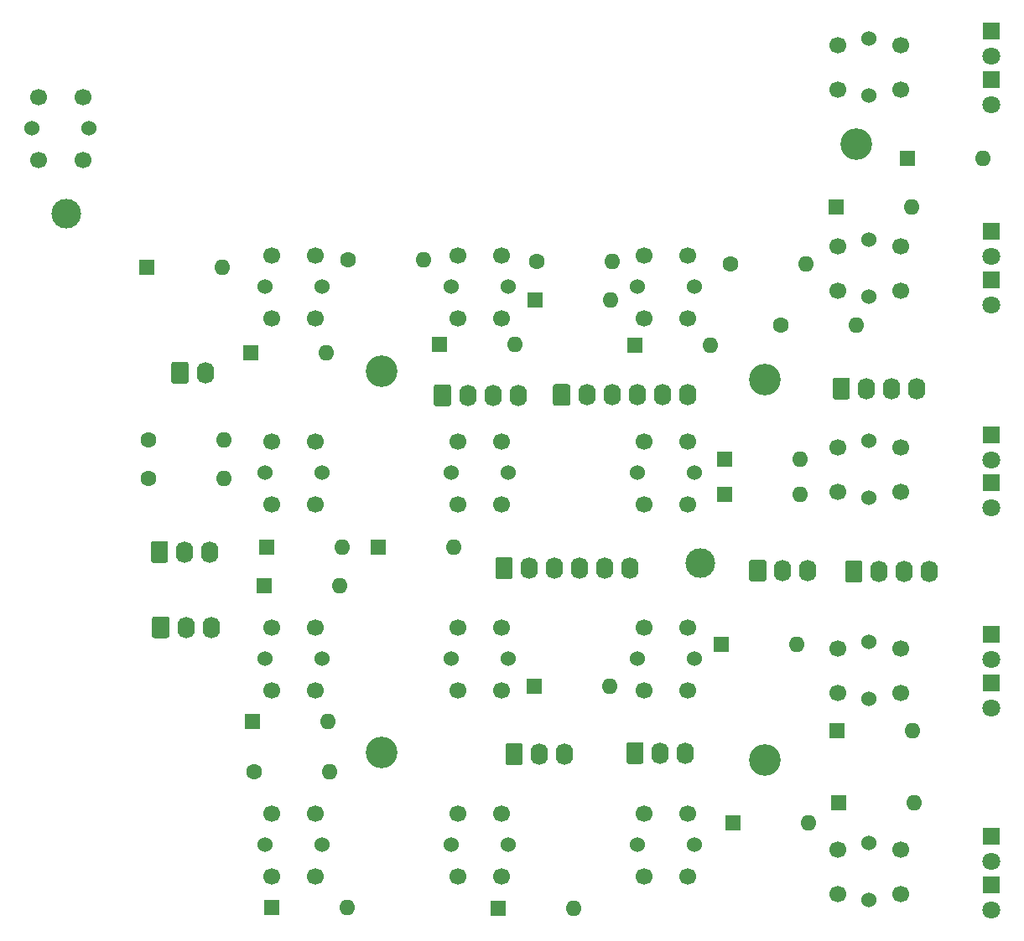
<source format=gbr>
G04 #@! TF.GenerationSoftware,KiCad,Pcbnew,(5.1.5-0-10_14)*
G04 #@! TF.CreationDate,2020-08-25T16:07:41+10:00*
G04 #@! TF.ProjectId,UFC,5546432e-6b69-4636-9164-5f7063625858,A*
G04 #@! TF.SameCoordinates,Original*
G04 #@! TF.FileFunction,Soldermask,Top*
G04 #@! TF.FilePolarity,Negative*
%FSLAX46Y46*%
G04 Gerber Fmt 4.6, Leading zero omitted, Abs format (unit mm)*
G04 Created by KiCad (PCBNEW (5.1.5-0-10_14)) date 2020-08-25 16:07:41*
%MOMM*%
%LPD*%
G04 APERTURE LIST*
%ADD10O,1.740000X2.200000*%
%ADD11C,0.100000*%
%ADD12O,1.600000X1.600000*%
%ADD13R,1.600000X1.600000*%
%ADD14C,3.000000*%
%ADD15C,3.200000*%
%ADD16C,1.600000*%
%ADD17C,1.524000*%
%ADD18C,1.700000*%
%ADD19C,1.800000*%
%ADD20R,1.800000X1.800000*%
G04 APERTURE END LIST*
D10*
X130048000Y-104140000D03*
X127508000Y-104140000D03*
X124968000Y-104140000D03*
X122428000Y-104140000D03*
X119888000Y-104140000D03*
D11*
G36*
X117992505Y-103041204D02*
G01*
X118016773Y-103044804D01*
X118040572Y-103050765D01*
X118063671Y-103059030D01*
X118085850Y-103069520D01*
X118106893Y-103082132D01*
X118126599Y-103096747D01*
X118144777Y-103113223D01*
X118161253Y-103131401D01*
X118175868Y-103151107D01*
X118188480Y-103172150D01*
X118198970Y-103194329D01*
X118207235Y-103217428D01*
X118213196Y-103241227D01*
X118216796Y-103265495D01*
X118218000Y-103289999D01*
X118218000Y-104990001D01*
X118216796Y-105014505D01*
X118213196Y-105038773D01*
X118207235Y-105062572D01*
X118198970Y-105085671D01*
X118188480Y-105107850D01*
X118175868Y-105128893D01*
X118161253Y-105148599D01*
X118144777Y-105166777D01*
X118126599Y-105183253D01*
X118106893Y-105197868D01*
X118085850Y-105210480D01*
X118063671Y-105220970D01*
X118040572Y-105229235D01*
X118016773Y-105235196D01*
X117992505Y-105238796D01*
X117968001Y-105240000D01*
X116727999Y-105240000D01*
X116703495Y-105238796D01*
X116679227Y-105235196D01*
X116655428Y-105229235D01*
X116632329Y-105220970D01*
X116610150Y-105210480D01*
X116589107Y-105197868D01*
X116569401Y-105183253D01*
X116551223Y-105166777D01*
X116534747Y-105148599D01*
X116520132Y-105128893D01*
X116507520Y-105107850D01*
X116497030Y-105085671D01*
X116488765Y-105062572D01*
X116482804Y-105038773D01*
X116479204Y-105014505D01*
X116478000Y-104990001D01*
X116478000Y-103289999D01*
X116479204Y-103265495D01*
X116482804Y-103241227D01*
X116488765Y-103217428D01*
X116497030Y-103194329D01*
X116507520Y-103172150D01*
X116520132Y-103151107D01*
X116534747Y-103131401D01*
X116551223Y-103113223D01*
X116569401Y-103096747D01*
X116589107Y-103082132D01*
X116610150Y-103069520D01*
X116632329Y-103059030D01*
X116655428Y-103050765D01*
X116679227Y-103044804D01*
X116703495Y-103041204D01*
X116727999Y-103040000D01*
X117968001Y-103040000D01*
X117992505Y-103041204D01*
G37*
D10*
X135636000Y-122809000D03*
X133096000Y-122809000D03*
D11*
G36*
X131200505Y-121710204D02*
G01*
X131224773Y-121713804D01*
X131248572Y-121719765D01*
X131271671Y-121728030D01*
X131293850Y-121738520D01*
X131314893Y-121751132D01*
X131334599Y-121765747D01*
X131352777Y-121782223D01*
X131369253Y-121800401D01*
X131383868Y-121820107D01*
X131396480Y-121841150D01*
X131406970Y-121863329D01*
X131415235Y-121886428D01*
X131421196Y-121910227D01*
X131424796Y-121934495D01*
X131426000Y-121958999D01*
X131426000Y-123659001D01*
X131424796Y-123683505D01*
X131421196Y-123707773D01*
X131415235Y-123731572D01*
X131406970Y-123754671D01*
X131396480Y-123776850D01*
X131383868Y-123797893D01*
X131369253Y-123817599D01*
X131352777Y-123835777D01*
X131334599Y-123852253D01*
X131314893Y-123866868D01*
X131293850Y-123879480D01*
X131271671Y-123889970D01*
X131248572Y-123898235D01*
X131224773Y-123904196D01*
X131200505Y-123907796D01*
X131176001Y-123909000D01*
X129935999Y-123909000D01*
X129911495Y-123907796D01*
X129887227Y-123904196D01*
X129863428Y-123898235D01*
X129840329Y-123889970D01*
X129818150Y-123879480D01*
X129797107Y-123866868D01*
X129777401Y-123852253D01*
X129759223Y-123835777D01*
X129742747Y-123817599D01*
X129728132Y-123797893D01*
X129715520Y-123776850D01*
X129705030Y-123754671D01*
X129696765Y-123731572D01*
X129690804Y-123707773D01*
X129687204Y-123683505D01*
X129686000Y-123659001D01*
X129686000Y-121958999D01*
X129687204Y-121934495D01*
X129690804Y-121910227D01*
X129696765Y-121886428D01*
X129705030Y-121863329D01*
X129715520Y-121841150D01*
X129728132Y-121820107D01*
X129742747Y-121800401D01*
X129759223Y-121782223D01*
X129777401Y-121765747D01*
X129797107Y-121751132D01*
X129818150Y-121738520D01*
X129840329Y-121728030D01*
X129863428Y-121719765D01*
X129887227Y-121713804D01*
X129911495Y-121710204D01*
X129935999Y-121709000D01*
X131176001Y-121709000D01*
X131200505Y-121710204D01*
G37*
D10*
X123444000Y-122936000D03*
X120904000Y-122936000D03*
D11*
G36*
X119008505Y-121837204D02*
G01*
X119032773Y-121840804D01*
X119056572Y-121846765D01*
X119079671Y-121855030D01*
X119101850Y-121865520D01*
X119122893Y-121878132D01*
X119142599Y-121892747D01*
X119160777Y-121909223D01*
X119177253Y-121927401D01*
X119191868Y-121947107D01*
X119204480Y-121968150D01*
X119214970Y-121990329D01*
X119223235Y-122013428D01*
X119229196Y-122037227D01*
X119232796Y-122061495D01*
X119234000Y-122085999D01*
X119234000Y-123786001D01*
X119232796Y-123810505D01*
X119229196Y-123834773D01*
X119223235Y-123858572D01*
X119214970Y-123881671D01*
X119204480Y-123903850D01*
X119191868Y-123924893D01*
X119177253Y-123944599D01*
X119160777Y-123962777D01*
X119142599Y-123979253D01*
X119122893Y-123993868D01*
X119101850Y-124006480D01*
X119079671Y-124016970D01*
X119056572Y-124025235D01*
X119032773Y-124031196D01*
X119008505Y-124034796D01*
X118984001Y-124036000D01*
X117743999Y-124036000D01*
X117719495Y-124034796D01*
X117695227Y-124031196D01*
X117671428Y-124025235D01*
X117648329Y-124016970D01*
X117626150Y-124006480D01*
X117605107Y-123993868D01*
X117585401Y-123979253D01*
X117567223Y-123962777D01*
X117550747Y-123944599D01*
X117536132Y-123924893D01*
X117523520Y-123903850D01*
X117513030Y-123881671D01*
X117504765Y-123858572D01*
X117498804Y-123834773D01*
X117495204Y-123810505D01*
X117494000Y-123786001D01*
X117494000Y-122085999D01*
X117495204Y-122061495D01*
X117498804Y-122037227D01*
X117504765Y-122013428D01*
X117513030Y-121990329D01*
X117523520Y-121968150D01*
X117536132Y-121947107D01*
X117550747Y-121927401D01*
X117567223Y-121909223D01*
X117585401Y-121892747D01*
X117605107Y-121878132D01*
X117626150Y-121865520D01*
X117648329Y-121855030D01*
X117671428Y-121846765D01*
X117695227Y-121840804D01*
X117719495Y-121837204D01*
X117743999Y-121836000D01*
X118984001Y-121836000D01*
X119008505Y-121837204D01*
G37*
D10*
X87757000Y-110109000D03*
X85217000Y-110109000D03*
D11*
G36*
X83321505Y-109010204D02*
G01*
X83345773Y-109013804D01*
X83369572Y-109019765D01*
X83392671Y-109028030D01*
X83414850Y-109038520D01*
X83435893Y-109051132D01*
X83455599Y-109065747D01*
X83473777Y-109082223D01*
X83490253Y-109100401D01*
X83504868Y-109120107D01*
X83517480Y-109141150D01*
X83527970Y-109163329D01*
X83536235Y-109186428D01*
X83542196Y-109210227D01*
X83545796Y-109234495D01*
X83547000Y-109258999D01*
X83547000Y-110959001D01*
X83545796Y-110983505D01*
X83542196Y-111007773D01*
X83536235Y-111031572D01*
X83527970Y-111054671D01*
X83517480Y-111076850D01*
X83504868Y-111097893D01*
X83490253Y-111117599D01*
X83473777Y-111135777D01*
X83455599Y-111152253D01*
X83435893Y-111166868D01*
X83414850Y-111179480D01*
X83392671Y-111189970D01*
X83369572Y-111198235D01*
X83345773Y-111204196D01*
X83321505Y-111207796D01*
X83297001Y-111209000D01*
X82056999Y-111209000D01*
X82032495Y-111207796D01*
X82008227Y-111204196D01*
X81984428Y-111198235D01*
X81961329Y-111189970D01*
X81939150Y-111179480D01*
X81918107Y-111166868D01*
X81898401Y-111152253D01*
X81880223Y-111135777D01*
X81863747Y-111117599D01*
X81849132Y-111097893D01*
X81836520Y-111076850D01*
X81826030Y-111054671D01*
X81817765Y-111031572D01*
X81811804Y-111007773D01*
X81808204Y-110983505D01*
X81807000Y-110959001D01*
X81807000Y-109258999D01*
X81808204Y-109234495D01*
X81811804Y-109210227D01*
X81817765Y-109186428D01*
X81826030Y-109163329D01*
X81836520Y-109141150D01*
X81849132Y-109120107D01*
X81863747Y-109100401D01*
X81880223Y-109082223D01*
X81898401Y-109065747D01*
X81918107Y-109051132D01*
X81939150Y-109038520D01*
X81961329Y-109028030D01*
X81984428Y-109019765D01*
X82008227Y-109013804D01*
X82032495Y-109010204D01*
X82056999Y-109009000D01*
X83297001Y-109009000D01*
X83321505Y-109010204D01*
G37*
D10*
X87630000Y-102489000D03*
X85090000Y-102489000D03*
D11*
G36*
X83194505Y-101390204D02*
G01*
X83218773Y-101393804D01*
X83242572Y-101399765D01*
X83265671Y-101408030D01*
X83287850Y-101418520D01*
X83308893Y-101431132D01*
X83328599Y-101445747D01*
X83346777Y-101462223D01*
X83363253Y-101480401D01*
X83377868Y-101500107D01*
X83390480Y-101521150D01*
X83400970Y-101543329D01*
X83409235Y-101566428D01*
X83415196Y-101590227D01*
X83418796Y-101614495D01*
X83420000Y-101638999D01*
X83420000Y-103339001D01*
X83418796Y-103363505D01*
X83415196Y-103387773D01*
X83409235Y-103411572D01*
X83400970Y-103434671D01*
X83390480Y-103456850D01*
X83377868Y-103477893D01*
X83363253Y-103497599D01*
X83346777Y-103515777D01*
X83328599Y-103532253D01*
X83308893Y-103546868D01*
X83287850Y-103559480D01*
X83265671Y-103569970D01*
X83242572Y-103578235D01*
X83218773Y-103584196D01*
X83194505Y-103587796D01*
X83170001Y-103589000D01*
X81929999Y-103589000D01*
X81905495Y-103587796D01*
X81881227Y-103584196D01*
X81857428Y-103578235D01*
X81834329Y-103569970D01*
X81812150Y-103559480D01*
X81791107Y-103546868D01*
X81771401Y-103532253D01*
X81753223Y-103515777D01*
X81736747Y-103497599D01*
X81722132Y-103477893D01*
X81709520Y-103456850D01*
X81699030Y-103434671D01*
X81690765Y-103411572D01*
X81684804Y-103387773D01*
X81681204Y-103363505D01*
X81680000Y-103339001D01*
X81680000Y-101638999D01*
X81681204Y-101614495D01*
X81684804Y-101590227D01*
X81690765Y-101566428D01*
X81699030Y-101543329D01*
X81709520Y-101521150D01*
X81722132Y-101500107D01*
X81736747Y-101480401D01*
X81753223Y-101462223D01*
X81771401Y-101445747D01*
X81791107Y-101431132D01*
X81812150Y-101418520D01*
X81834329Y-101408030D01*
X81857428Y-101399765D01*
X81881227Y-101393804D01*
X81905495Y-101390204D01*
X81929999Y-101389000D01*
X83170001Y-101389000D01*
X83194505Y-101390204D01*
G37*
D12*
X100711000Y-105918000D03*
D13*
X93091000Y-105918000D03*
D14*
X137134000Y-103589000D03*
D10*
X159004000Y-85979000D03*
X156464000Y-85979000D03*
X153924000Y-85979000D03*
D11*
G36*
X152028505Y-84880204D02*
G01*
X152052773Y-84883804D01*
X152076572Y-84889765D01*
X152099671Y-84898030D01*
X152121850Y-84908520D01*
X152142893Y-84921132D01*
X152162599Y-84935747D01*
X152180777Y-84952223D01*
X152197253Y-84970401D01*
X152211868Y-84990107D01*
X152224480Y-85011150D01*
X152234970Y-85033329D01*
X152243235Y-85056428D01*
X152249196Y-85080227D01*
X152252796Y-85104495D01*
X152254000Y-85128999D01*
X152254000Y-86829001D01*
X152252796Y-86853505D01*
X152249196Y-86877773D01*
X152243235Y-86901572D01*
X152234970Y-86924671D01*
X152224480Y-86946850D01*
X152211868Y-86967893D01*
X152197253Y-86987599D01*
X152180777Y-87005777D01*
X152162599Y-87022253D01*
X152142893Y-87036868D01*
X152121850Y-87049480D01*
X152099671Y-87059970D01*
X152076572Y-87068235D01*
X152052773Y-87074196D01*
X152028505Y-87077796D01*
X152004001Y-87079000D01*
X150763999Y-87079000D01*
X150739495Y-87077796D01*
X150715227Y-87074196D01*
X150691428Y-87068235D01*
X150668329Y-87059970D01*
X150646150Y-87049480D01*
X150625107Y-87036868D01*
X150605401Y-87022253D01*
X150587223Y-87005777D01*
X150570747Y-86987599D01*
X150556132Y-86967893D01*
X150543520Y-86946850D01*
X150533030Y-86924671D01*
X150524765Y-86901572D01*
X150518804Y-86877773D01*
X150515204Y-86853505D01*
X150514000Y-86829001D01*
X150514000Y-85128999D01*
X150515204Y-85104495D01*
X150518804Y-85080227D01*
X150524765Y-85056428D01*
X150533030Y-85033329D01*
X150543520Y-85011150D01*
X150556132Y-84990107D01*
X150570747Y-84970401D01*
X150587223Y-84952223D01*
X150605401Y-84935747D01*
X150625107Y-84921132D01*
X150646150Y-84908520D01*
X150668329Y-84898030D01*
X150691428Y-84889765D01*
X150715227Y-84883804D01*
X150739495Y-84880204D01*
X150763999Y-84879000D01*
X152004001Y-84879000D01*
X152028505Y-84880204D01*
G37*
D10*
X160250000Y-104460000D03*
X157710000Y-104460000D03*
X155170000Y-104460000D03*
D11*
G36*
X153274505Y-103361204D02*
G01*
X153298773Y-103364804D01*
X153322572Y-103370765D01*
X153345671Y-103379030D01*
X153367850Y-103389520D01*
X153388893Y-103402132D01*
X153408599Y-103416747D01*
X153426777Y-103433223D01*
X153443253Y-103451401D01*
X153457868Y-103471107D01*
X153470480Y-103492150D01*
X153480970Y-103514329D01*
X153489235Y-103537428D01*
X153495196Y-103561227D01*
X153498796Y-103585495D01*
X153500000Y-103609999D01*
X153500000Y-105310001D01*
X153498796Y-105334505D01*
X153495196Y-105358773D01*
X153489235Y-105382572D01*
X153480970Y-105405671D01*
X153470480Y-105427850D01*
X153457868Y-105448893D01*
X153443253Y-105468599D01*
X153426777Y-105486777D01*
X153408599Y-105503253D01*
X153388893Y-105517868D01*
X153367850Y-105530480D01*
X153345671Y-105540970D01*
X153322572Y-105549235D01*
X153298773Y-105555196D01*
X153274505Y-105558796D01*
X153250001Y-105560000D01*
X152009999Y-105560000D01*
X151985495Y-105558796D01*
X151961227Y-105555196D01*
X151937428Y-105549235D01*
X151914329Y-105540970D01*
X151892150Y-105530480D01*
X151871107Y-105517868D01*
X151851401Y-105503253D01*
X151833223Y-105486777D01*
X151816747Y-105468599D01*
X151802132Y-105448893D01*
X151789520Y-105427850D01*
X151779030Y-105405671D01*
X151770765Y-105382572D01*
X151764804Y-105358773D01*
X151761204Y-105334505D01*
X151760000Y-105310001D01*
X151760000Y-103609999D01*
X151761204Y-103585495D01*
X151764804Y-103561227D01*
X151770765Y-103537428D01*
X151779030Y-103514329D01*
X151789520Y-103492150D01*
X151802132Y-103471107D01*
X151816747Y-103451401D01*
X151833223Y-103433223D01*
X151851401Y-103416747D01*
X151871107Y-103402132D01*
X151892150Y-103389520D01*
X151914329Y-103379030D01*
X151937428Y-103370765D01*
X151961227Y-103364804D01*
X151985495Y-103361204D01*
X152009999Y-103360000D01*
X153250001Y-103360000D01*
X153274505Y-103361204D01*
G37*
D10*
X135860000Y-86650000D03*
X133320000Y-86650000D03*
X130780000Y-86650000D03*
X128240000Y-86650000D03*
X125700000Y-86650000D03*
D11*
G36*
X123804505Y-85551204D02*
G01*
X123828773Y-85554804D01*
X123852572Y-85560765D01*
X123875671Y-85569030D01*
X123897850Y-85579520D01*
X123918893Y-85592132D01*
X123938599Y-85606747D01*
X123956777Y-85623223D01*
X123973253Y-85641401D01*
X123987868Y-85661107D01*
X124000480Y-85682150D01*
X124010970Y-85704329D01*
X124019235Y-85727428D01*
X124025196Y-85751227D01*
X124028796Y-85775495D01*
X124030000Y-85799999D01*
X124030000Y-87500001D01*
X124028796Y-87524505D01*
X124025196Y-87548773D01*
X124019235Y-87572572D01*
X124010970Y-87595671D01*
X124000480Y-87617850D01*
X123987868Y-87638893D01*
X123973253Y-87658599D01*
X123956777Y-87676777D01*
X123938599Y-87693253D01*
X123918893Y-87707868D01*
X123897850Y-87720480D01*
X123875671Y-87730970D01*
X123852572Y-87739235D01*
X123828773Y-87745196D01*
X123804505Y-87748796D01*
X123780001Y-87750000D01*
X122539999Y-87750000D01*
X122515495Y-87748796D01*
X122491227Y-87745196D01*
X122467428Y-87739235D01*
X122444329Y-87730970D01*
X122422150Y-87720480D01*
X122401107Y-87707868D01*
X122381401Y-87693253D01*
X122363223Y-87676777D01*
X122346747Y-87658599D01*
X122332132Y-87638893D01*
X122319520Y-87617850D01*
X122309030Y-87595671D01*
X122300765Y-87572572D01*
X122294804Y-87548773D01*
X122291204Y-87524505D01*
X122290000Y-87500001D01*
X122290000Y-85799999D01*
X122291204Y-85775495D01*
X122294804Y-85751227D01*
X122300765Y-85727428D01*
X122309030Y-85704329D01*
X122319520Y-85682150D01*
X122332132Y-85661107D01*
X122346747Y-85641401D01*
X122363223Y-85623223D01*
X122381401Y-85606747D01*
X122401107Y-85592132D01*
X122422150Y-85579520D01*
X122444329Y-85569030D01*
X122467428Y-85560765D01*
X122491227Y-85554804D01*
X122515495Y-85551204D01*
X122539999Y-85550000D01*
X123780001Y-85550000D01*
X123804505Y-85551204D01*
G37*
D10*
X118740000Y-86680000D03*
X116200000Y-86680000D03*
X113660000Y-86680000D03*
D11*
G36*
X111764505Y-85581204D02*
G01*
X111788773Y-85584804D01*
X111812572Y-85590765D01*
X111835671Y-85599030D01*
X111857850Y-85609520D01*
X111878893Y-85622132D01*
X111898599Y-85636747D01*
X111916777Y-85653223D01*
X111933253Y-85671401D01*
X111947868Y-85691107D01*
X111960480Y-85712150D01*
X111970970Y-85734329D01*
X111979235Y-85757428D01*
X111985196Y-85781227D01*
X111988796Y-85805495D01*
X111990000Y-85829999D01*
X111990000Y-87530001D01*
X111988796Y-87554505D01*
X111985196Y-87578773D01*
X111979235Y-87602572D01*
X111970970Y-87625671D01*
X111960480Y-87647850D01*
X111947868Y-87668893D01*
X111933253Y-87688599D01*
X111916777Y-87706777D01*
X111898599Y-87723253D01*
X111878893Y-87737868D01*
X111857850Y-87750480D01*
X111835671Y-87760970D01*
X111812572Y-87769235D01*
X111788773Y-87775196D01*
X111764505Y-87778796D01*
X111740001Y-87780000D01*
X110499999Y-87780000D01*
X110475495Y-87778796D01*
X110451227Y-87775196D01*
X110427428Y-87769235D01*
X110404329Y-87760970D01*
X110382150Y-87750480D01*
X110361107Y-87737868D01*
X110341401Y-87723253D01*
X110323223Y-87706777D01*
X110306747Y-87688599D01*
X110292132Y-87668893D01*
X110279520Y-87647850D01*
X110269030Y-87625671D01*
X110260765Y-87602572D01*
X110254804Y-87578773D01*
X110251204Y-87554505D01*
X110250000Y-87530001D01*
X110250000Y-85829999D01*
X110251204Y-85805495D01*
X110254804Y-85781227D01*
X110260765Y-85757428D01*
X110269030Y-85734329D01*
X110279520Y-85712150D01*
X110292132Y-85691107D01*
X110306747Y-85671401D01*
X110323223Y-85653223D01*
X110341401Y-85636747D01*
X110361107Y-85622132D01*
X110382150Y-85609520D01*
X110404329Y-85599030D01*
X110427428Y-85590765D01*
X110451227Y-85584804D01*
X110475495Y-85581204D01*
X110499999Y-85580000D01*
X111740001Y-85580000D01*
X111764505Y-85581204D01*
G37*
D15*
X143660000Y-123490000D03*
X143660000Y-85110000D03*
X104970000Y-122730000D03*
X104970000Y-84210000D03*
D14*
X73130000Y-68330000D03*
D10*
X87160000Y-84390000D03*
D11*
G36*
X85264505Y-83291204D02*
G01*
X85288773Y-83294804D01*
X85312572Y-83300765D01*
X85335671Y-83309030D01*
X85357850Y-83319520D01*
X85378893Y-83332132D01*
X85398599Y-83346747D01*
X85416777Y-83363223D01*
X85433253Y-83381401D01*
X85447868Y-83401107D01*
X85460480Y-83422150D01*
X85470970Y-83444329D01*
X85479235Y-83467428D01*
X85485196Y-83491227D01*
X85488796Y-83515495D01*
X85490000Y-83539999D01*
X85490000Y-85240001D01*
X85488796Y-85264505D01*
X85485196Y-85288773D01*
X85479235Y-85312572D01*
X85470970Y-85335671D01*
X85460480Y-85357850D01*
X85447868Y-85378893D01*
X85433253Y-85398599D01*
X85416777Y-85416777D01*
X85398599Y-85433253D01*
X85378893Y-85447868D01*
X85357850Y-85460480D01*
X85335671Y-85470970D01*
X85312572Y-85479235D01*
X85288773Y-85485196D01*
X85264505Y-85488796D01*
X85240001Y-85490000D01*
X83999999Y-85490000D01*
X83975495Y-85488796D01*
X83951227Y-85485196D01*
X83927428Y-85479235D01*
X83904329Y-85470970D01*
X83882150Y-85460480D01*
X83861107Y-85447868D01*
X83841401Y-85433253D01*
X83823223Y-85416777D01*
X83806747Y-85398599D01*
X83792132Y-85378893D01*
X83779520Y-85357850D01*
X83769030Y-85335671D01*
X83760765Y-85312572D01*
X83754804Y-85288773D01*
X83751204Y-85264505D01*
X83750000Y-85240001D01*
X83750000Y-83539999D01*
X83751204Y-83515495D01*
X83754804Y-83491227D01*
X83760765Y-83467428D01*
X83769030Y-83444329D01*
X83779520Y-83422150D01*
X83792132Y-83401107D01*
X83806747Y-83381401D01*
X83823223Y-83363223D01*
X83841401Y-83346747D01*
X83861107Y-83332132D01*
X83882150Y-83319520D01*
X83904329Y-83309030D01*
X83927428Y-83300765D01*
X83951227Y-83294804D01*
X83975495Y-83291204D01*
X83999999Y-83290000D01*
X85240001Y-83290000D01*
X85264505Y-83291204D01*
G37*
D10*
X148030000Y-104390000D03*
X145490000Y-104390000D03*
D11*
G36*
X143594505Y-103291204D02*
G01*
X143618773Y-103294804D01*
X143642572Y-103300765D01*
X143665671Y-103309030D01*
X143687850Y-103319520D01*
X143708893Y-103332132D01*
X143728599Y-103346747D01*
X143746777Y-103363223D01*
X143763253Y-103381401D01*
X143777868Y-103401107D01*
X143790480Y-103422150D01*
X143800970Y-103444329D01*
X143809235Y-103467428D01*
X143815196Y-103491227D01*
X143818796Y-103515495D01*
X143820000Y-103539999D01*
X143820000Y-105240001D01*
X143818796Y-105264505D01*
X143815196Y-105288773D01*
X143809235Y-105312572D01*
X143800970Y-105335671D01*
X143790480Y-105357850D01*
X143777868Y-105378893D01*
X143763253Y-105398599D01*
X143746777Y-105416777D01*
X143728599Y-105433253D01*
X143708893Y-105447868D01*
X143687850Y-105460480D01*
X143665671Y-105470970D01*
X143642572Y-105479235D01*
X143618773Y-105485196D01*
X143594505Y-105488796D01*
X143570001Y-105490000D01*
X142329999Y-105490000D01*
X142305495Y-105488796D01*
X142281227Y-105485196D01*
X142257428Y-105479235D01*
X142234329Y-105470970D01*
X142212150Y-105460480D01*
X142191107Y-105447868D01*
X142171401Y-105433253D01*
X142153223Y-105416777D01*
X142136747Y-105398599D01*
X142122132Y-105378893D01*
X142109520Y-105357850D01*
X142099030Y-105335671D01*
X142090765Y-105312572D01*
X142084804Y-105288773D01*
X142081204Y-105264505D01*
X142080000Y-105240001D01*
X142080000Y-103539999D01*
X142081204Y-103515495D01*
X142084804Y-103491227D01*
X142090765Y-103467428D01*
X142099030Y-103444329D01*
X142109520Y-103422150D01*
X142122132Y-103401107D01*
X142136747Y-103381401D01*
X142153223Y-103363223D01*
X142171401Y-103346747D01*
X142191107Y-103332132D01*
X142212150Y-103319520D01*
X142234329Y-103309030D01*
X142257428Y-103300765D01*
X142281227Y-103294804D01*
X142305495Y-103291204D01*
X142329999Y-103290000D01*
X143570001Y-103290000D01*
X143594505Y-103291204D01*
G37*
D15*
X152870000Y-61300000D03*
D12*
X128270000Y-73130000D03*
D16*
X120650000Y-73130000D03*
D12*
X152910000Y-79590000D03*
D16*
X145290000Y-79590000D03*
D12*
X89060000Y-95060000D03*
D16*
X81440000Y-95060000D03*
D12*
X147800000Y-73430000D03*
D16*
X140180000Y-73430000D03*
D12*
X89060000Y-91150000D03*
D16*
X81440000Y-91150000D03*
D12*
X99750000Y-124690000D03*
D16*
X92130000Y-124690000D03*
D12*
X109190000Y-72980000D03*
D16*
X101570000Y-72980000D03*
D12*
X165670000Y-62760000D03*
D13*
X158050000Y-62760000D03*
D12*
X158760000Y-127810000D03*
D13*
X151140000Y-127810000D03*
D12*
X158610000Y-120560000D03*
D13*
X150990000Y-120560000D03*
D12*
X147200000Y-96710000D03*
D13*
X139580000Y-96710000D03*
D12*
X138160000Y-81580000D03*
D13*
X130540000Y-81580000D03*
D12*
X158460000Y-67620000D03*
D13*
X150840000Y-67620000D03*
D12*
X148100000Y-129910000D03*
D13*
X140480000Y-129910000D03*
D12*
X146900000Y-111880000D03*
D13*
X139280000Y-111880000D03*
D12*
X147200000Y-93110000D03*
D13*
X139580000Y-93110000D03*
D12*
X128120000Y-77030000D03*
D13*
X120500000Y-77030000D03*
D12*
X88910000Y-73730000D03*
D13*
X81290000Y-73730000D03*
D12*
X124360000Y-138550000D03*
D13*
X116740000Y-138550000D03*
D12*
X128016000Y-116078000D03*
D13*
X120396000Y-116078000D03*
D12*
X112268000Y-101981000D03*
D13*
X104648000Y-101981000D03*
D12*
X118470000Y-81550000D03*
D13*
X110850000Y-81550000D03*
D12*
X101530000Y-138400000D03*
D13*
X93910000Y-138400000D03*
D12*
X99580000Y-119630000D03*
D13*
X91960000Y-119630000D03*
D12*
X100965000Y-101981000D03*
D13*
X93345000Y-101981000D03*
D12*
X99430000Y-82370000D03*
D13*
X91810000Y-82370000D03*
D17*
X154170000Y-50597000D03*
X154210000Y-56388000D03*
D18*
X151035000Y-51308000D03*
X157385000Y-51308000D03*
X151035000Y-55753000D03*
X157385000Y-55753000D03*
D17*
X154170000Y-131877000D03*
X154210000Y-137668000D03*
D18*
X151035000Y-132588000D03*
X157385000Y-132588000D03*
X151035000Y-137033000D03*
X157385000Y-137033000D03*
D17*
X154170000Y-111557000D03*
X154210000Y-117348000D03*
D18*
X151035000Y-112268000D03*
X157385000Y-112268000D03*
X151035000Y-116713000D03*
X157385000Y-116713000D03*
D17*
X154170000Y-91237000D03*
X154210000Y-97028000D03*
D18*
X151035000Y-91948000D03*
X157385000Y-91948000D03*
X151035000Y-96393000D03*
X157385000Y-96393000D03*
D17*
X154170000Y-70917000D03*
X154210000Y-76708000D03*
D18*
X151035000Y-71628000D03*
X157385000Y-71628000D03*
X151035000Y-76073000D03*
X157385000Y-76073000D03*
D17*
X130766000Y-132120000D03*
X136557000Y-132080000D03*
D18*
X131477000Y-135255000D03*
X131477000Y-128905000D03*
X135922000Y-135255000D03*
X135922000Y-128905000D03*
D17*
X130766000Y-113324000D03*
X136557000Y-113284000D03*
D18*
X131477000Y-116459000D03*
X131477000Y-110109000D03*
X135922000Y-116459000D03*
X135922000Y-110109000D03*
D17*
X130766000Y-94528000D03*
X136557000Y-94488000D03*
D18*
X131477000Y-97663000D03*
X131477000Y-91313000D03*
X135922000Y-97663000D03*
X135922000Y-91313000D03*
D17*
X130766000Y-75732000D03*
X136557000Y-75692000D03*
D18*
X131477000Y-78867000D03*
X131477000Y-72517000D03*
X135922000Y-78867000D03*
X135922000Y-72517000D03*
D17*
X69679000Y-59730000D03*
X75470000Y-59690000D03*
D18*
X70390000Y-62865000D03*
X70390000Y-56515000D03*
X74835000Y-62865000D03*
X74835000Y-56515000D03*
D17*
X111970000Y-132120000D03*
X117761000Y-132080000D03*
D18*
X112681000Y-135255000D03*
X112681000Y-128905000D03*
X117126000Y-135255000D03*
X117126000Y-128905000D03*
D17*
X111970000Y-113324000D03*
X117761000Y-113284000D03*
D18*
X112681000Y-116459000D03*
X112681000Y-110109000D03*
X117126000Y-116459000D03*
X117126000Y-110109000D03*
D17*
X111970000Y-94528000D03*
X117761000Y-94488000D03*
D18*
X112681000Y-97663000D03*
X112681000Y-91313000D03*
X117126000Y-97663000D03*
X117126000Y-91313000D03*
D17*
X111970000Y-75732000D03*
X117761000Y-75692000D03*
D18*
X112681000Y-78867000D03*
X112681000Y-72517000D03*
X117126000Y-78867000D03*
X117126000Y-72517000D03*
D17*
X93174000Y-132120000D03*
X98965000Y-132080000D03*
D18*
X93885000Y-135255000D03*
X93885000Y-128905000D03*
X98330000Y-135255000D03*
X98330000Y-128905000D03*
D17*
X93174000Y-113324000D03*
X98965000Y-113284000D03*
D18*
X93885000Y-116459000D03*
X93885000Y-110109000D03*
X98330000Y-116459000D03*
X98330000Y-110109000D03*
D17*
X93174000Y-94528000D03*
X98965000Y-94488000D03*
D18*
X93885000Y-97663000D03*
X93885000Y-91313000D03*
X98330000Y-97663000D03*
X98330000Y-91313000D03*
D17*
X93174000Y-75732000D03*
X98965000Y-75692000D03*
D18*
X93885000Y-78867000D03*
X93885000Y-72517000D03*
X98330000Y-78867000D03*
X98330000Y-72517000D03*
D19*
X166500000Y-133800000D03*
D20*
X166500000Y-131260000D03*
D19*
X166500000Y-113370000D03*
D20*
X166500000Y-110830000D03*
D19*
X166500000Y-98080000D03*
D20*
X166500000Y-95540000D03*
D19*
X166500000Y-77520000D03*
D20*
X166500000Y-74980000D03*
D19*
X166500000Y-57310000D03*
D20*
X166500000Y-54770000D03*
D19*
X166500000Y-138650000D03*
D20*
X166500000Y-136110000D03*
D19*
X166500000Y-118260000D03*
D20*
X166500000Y-115720000D03*
D19*
X166500000Y-93180000D03*
D20*
X166500000Y-90640000D03*
D19*
X166490000Y-72620000D03*
D20*
X166490000Y-70080000D03*
D19*
X166500000Y-52410000D03*
D20*
X166500000Y-49870000D03*
M02*

</source>
